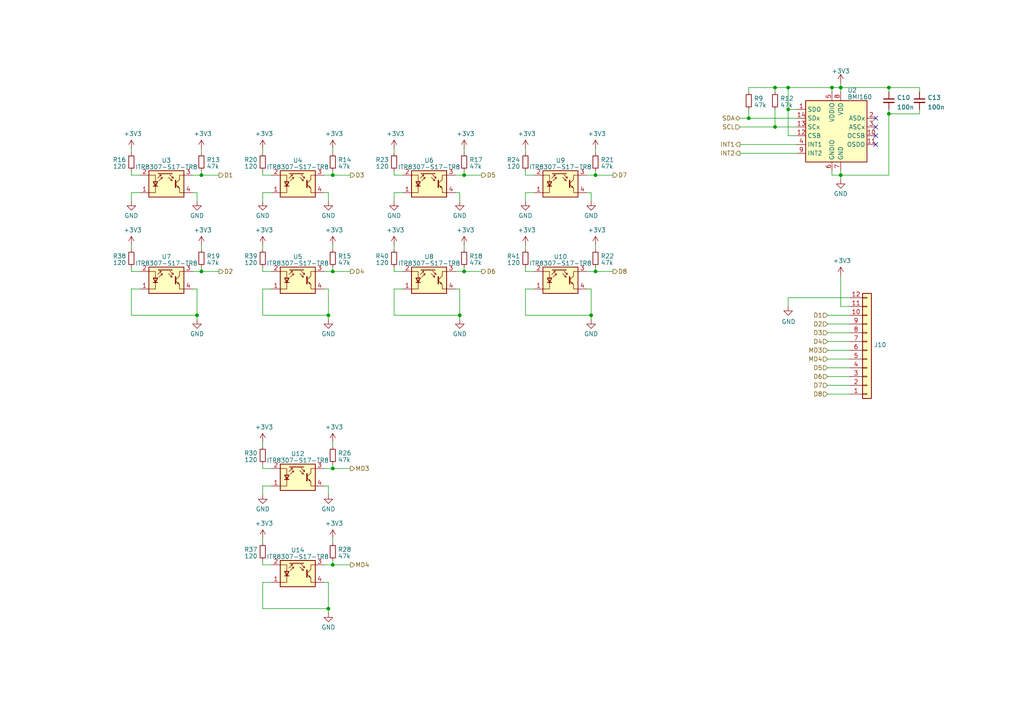
<source format=kicad_sch>
(kicad_sch (version 20230121) (generator eeschema)
  (paper "A4")
  (lib_symbols
    (symbol "Connector_Generic:Conn_01x12" (pin_names (offset 1.016) hide)
      (property "Reference" "J" (at 0 15.24 0))
      (property "Value" "Conn_01x12" (at 0 -17.78 0))
      (symbol "Conn_01x12_1_1"
        (rectangle (start -1.27 -15.113) (end 0 -15.367) (stroke (width 0.1524)))
        (rectangle (start -1.27 -12.573) (end 0 -12.827) (stroke (width 0.1524)))
        (rectangle (start -1.27 -10.033) (end 0 -10.287) (stroke (width 0.1524)))
        (rectangle (start -1.27 -7.493) (end 0 -7.747) (stroke (width 0.1524)))
        (rectangle (start -1.27 -4.953) (end 0 -5.207) (stroke (width 0.1524)))
        (rectangle (start -1.27 -2.413) (end 0 -2.667) (stroke (width 0.1524)))
        (rectangle (start -1.27 0.127) (end 0 -0.127) (stroke (width 0.1524)))
        (rectangle (start -1.27 2.667) (end 0 2.413) (stroke (width 0.1524)))
        (rectangle (start -1.27 5.207) (end 0 4.953) (stroke (width 0.1524)))
        (rectangle (start -1.27 7.747) (end 0 7.493) (stroke (width 0.1524)))
        (rectangle (start -1.27 10.287) (end 0 10.033) (stroke (width 0.1524)))
        (rectangle (start -1.27 12.827) (end 0 12.573) (stroke (width 0.1524)))
        (rectangle (start -1.27 13.97) (end 1.27 -16.51) (stroke (width 0.254)) (fill (type background)))
        (pin passive line (at -5.08 12.7 0) (length 3.81) (name "Pin_1") (number "1"))
        (pin passive line (at -5.08 -10.16 0) (length 3.81) (name "Pin_10") (number "10"))
        (pin passive line (at -5.08 -12.7 0) (length 3.81) (name "Pin_11") (number "11"))
        (pin passive line (at -5.08 -15.24 0) (length 3.81) (name "Pin_12") (number "12"))
        (pin passive line (at -5.08 10.16 0) (length 3.81) (name "Pin_2") (number "2"))
        (pin passive line (at -5.08 7.62 0) (length 3.81) (name "Pin_3") (number "3"))
        (pin passive line (at -5.08 5.08 0) (length 3.81) (name "Pin_4") (number "4"))
        (pin passive line (at -5.08 2.54 0) (length 3.81) (name "Pin_5") (number "5"))
        (pin passive line (at -5.08 0 0) (length 3.81) (name "Pin_6") (number "6"))
        (pin passive line (at -5.08 -2.54 0) (length 3.81) (name "Pin_7") (number "7"))
        (pin passive line (at -5.08 -5.08 0) (length 3.81) (name "Pin_8") (number "8"))
        (pin passive line (at -5.08 -7.62 0) (length 3.81) (name "Pin_9") (number "9"))
      )
    )
    (symbol "Device:C_Small" (pin_numbers hide) (pin_names (offset 0.254) hide)
      (property "Reference" "C" (at 0.254 1.778 0))
      (property "Value" "C_Small" (at 0.254 -2.032 0))
      (symbol "C_Small_0_1"
        (polyline (pts (xy -1.524 -0.508) (xy 1.524 -0.508)) (stroke (width 0.3302)))
        (polyline (pts (xy -1.524 0.508) (xy 1.524 0.508)) (stroke (width 0.3048)))
      )
      (symbol "C_Small_1_1"
        (pin passive line (at 0 2.54 270) (length 2.032) (name "~") (number "1"))
        (pin passive line (at 0 -2.54 90) (length 2.032) (name "~") (number "2"))
      )
    )
    (symbol "Device:R_Small" (pin_numbers hide) (pin_names (offset 0.254) hide)
      (property "Reference" "R" (at 0.762 0.508 0))
      (property "Value" "R_Small" (at 0.762 -1.016 0))
      (symbol "R_Small_0_1"
        (rectangle (start -0.762 1.778) (end 0.762 -1.778) (stroke (width 0.2032)))
      )
      (symbol "R_Small_1_1"
        (pin passive line (at 0 2.54 270) (length 0.762) (name "~") (number "1"))
        (pin passive line (at 0 -2.54 90) (length 0.762) (name "~") (number "2"))
      )
    )
    (symbol "GND_2" (power) (pin_names (offset 0))
      (property "Value" "GND_2" (at 0 -3.81 0))
      (symbol "GND_2_0_1"
        (polyline (pts (xy 0 0) (xy 0 -1.27) (xy 1.27 -1.27) (xy 0 -2.54) (xy -1.27 -1.27) (xy 0 -1.27)))
      )
      (symbol "GND_2_1_1"
        (pin power_in line (at 0 0 270) (length 0) hide (name "GND") (number "1"))
      )
    )
    (symbol "GND_3" (power) (pin_names (offset 0))
      (property "Value" "GND_3" (at 0 -3.81 0))
      (symbol "GND_3_0_1"
        (polyline (pts (xy 0 0) (xy 0 -1.27) (xy 1.27 -1.27) (xy 0 -2.54) (xy -1.27 -1.27) (xy 0 -1.27)))
      )
      (symbol "GND_3_1_1"
        (pin power_in line (at 0 0 270) (length 0) hide (name "GND") (number "1"))
      )
    )
    (symbol "Sensor_Motion:BMI160"
      (property "Reference" "U" (at -10.16 8.89 0))
      (property "Value" "BMI160" (at 7.62 8.89 0))
      (symbol "BMI160_1_1"
        (rectangle (start -10.16 7.62) (end 7.62 -10.16) (stroke (width 0.254)) (fill (type background)))
        (pin bidirectional line (at -12.7 5.08 0) (length 2.54) (name "SDO") (number "1"))
        (pin bidirectional line (at 10.16 -2.54 180) (length 2.54) (name "OCSB") (number "10"))
        (pin bidirectional line (at 10.16 -5.08 180) (length 2.54) (name "OSDO") (number "11"))
        (pin input line (at -12.7 -2.54 0) (length 2.54) (name "CSB") (number "12"))
        (pin input line (at -12.7 0 0) (length 2.54) (name "SCx") (number "13"))
        (pin bidirectional line (at -12.7 2.54 0) (length 2.54) (name "SDx") (number "14"))
        (pin bidirectional line (at 10.16 2.54 180) (length 2.54) (name "ASDx") (number "2"))
        (pin output line (at 10.16 0 180) (length 2.54) (name "ASCx") (number "3"))
        (pin bidirectional line (at -12.7 -5.08 0) (length 2.54) (name "INT1") (number "4"))
        (pin power_in line (at -2.54 10.16 270) (length 2.54) (name "VDDIO") (number "5"))
        (pin power_in line (at -2.54 -12.7 90) (length 2.54) (name "GNDIO") (number "6"))
        (pin power_in line (at 0 -12.7 90) (length 2.54) (name "GND") (number "7"))
        (pin power_in line (at 0 10.16 270) (length 2.54) (name "VDD") (number "8"))
        (pin bidirectional line (at -12.7 -7.62 0) (length 2.54) (name "INT2") (number "9"))
      )
    )
    (symbol "Sensor_Proximity:ITR8307-S17-TR8" (pin_names (offset 0.0254) hide)
      (property "Reference" "U" (at -3.81 5.08 0))
      (property "Value" "ITR8307-S17-TR8" (at 15.24 5.08 0))
      (symbol "ITR8307-S17-TR8_0_1"
        (polyline (pts (xy -3.81 -0.635) (xy -2.54 -0.635)) (stroke (width 0.254)))
        (polyline (pts (xy -2.286 2.921) (xy -2.032 3.175)))
        (polyline (pts (xy -1.778 2.921) (xy -1.524 3.175)))
        (polyline (pts (xy -1.524 2.667) (xy -1.651 2.159)))
        (polyline (pts (xy -1.27 2.921) (xy -1.016 3.175)))
        (polyline (pts (xy -1.143 1.905) (xy -1.27 1.397)))
        (polyline (pts (xy -0.762 2.921) (xy -0.508 3.175)))
        (polyline (pts (xy -0.254 2.921) (xy 0 3.175)))
        (polyline (pts (xy 0.254 2.921) (xy 0.508 3.175)))
        (polyline (pts (xy 0.762 2.921) (xy 1.016 3.175)))
        (polyline (pts (xy 1.27 2.921) (xy 1.524 3.175)))
        (polyline (pts (xy 1.651 0.889) (xy 1.143 1.016)))
        (polyline (pts (xy 1.778 2.921) (xy -2.413 2.921)))
        (polyline (pts (xy 2.032 1.651) (xy 1.524 1.778)))
        (polyline (pts (xy 2.667 -0.127) (xy 3.81 -1.27)))
        (polyline (pts (xy 2.667 0.127) (xy 3.81 1.27)))
        (polyline (pts (xy -2.54 1.651) (xy -1.524 2.667) (xy -2.032 2.54)))
        (polyline (pts (xy -2.159 0.889) (xy -1.143 1.905) (xy -1.651 1.778)))
        (polyline (pts (xy 0.635 1.905) (xy 1.651 0.889) (xy 1.524 1.397)))
        (polyline (pts (xy 1.016 2.667) (xy 2.032 1.651) (xy 1.905 2.159)))
        (polyline (pts (xy 2.667 1.016) (xy 2.667 -1.016) (xy 2.667 -1.016)) (stroke (width 0.3556)))
        (polyline (pts (xy 3.81 -1.27) (xy 3.81 -2.54) (xy 5.08 -2.54)))
        (polyline (pts (xy 3.81 1.27) (xy 3.81 2.54) (xy 5.08 2.54)))
        (polyline (pts (xy -5.08 -2.54) (xy -3.175 -2.54) (xy -3.175 2.54) (xy -5.08 2.54)))
        (polyline (pts (xy -3.175 -0.635) (xy -3.81 0.635) (xy -2.54 0.635) (xy -3.175 -0.635)) (stroke (width 0.254)))
        (polyline (pts (xy 3.683 -1.143) (xy 3.429 -0.635) (xy 3.175 -0.889) (xy 3.683 -1.143)))
        (polyline (pts (xy -5.08 -3.81) (xy 5.08 -3.81) (xy 5.08 3.81) (xy -5.08 3.81) (xy -5.08 -3.81)) (stroke (width 0.254)) (fill (type background)))
      )
      (symbol "ITR8307-S17-TR8_1_1"
        (pin passive line (at -7.62 -2.54 0) (length 2.54) (name "K") (number "1"))
        (pin passive line (at -7.62 2.54 0) (length 2.54) (name "A") (number "2"))
        (pin open_collector line (at 7.62 2.54 180) (length 2.54) (name "~") (number "3"))
        (pin open_emitter line (at 7.62 -2.54 180) (length 2.54) (name "~") (number "4"))
      )
    )
    (symbol "power:+3.3V" (power) (pin_names (offset 0))
      (property "Value" "+3.3V" (at 0 3.556 0))
      (symbol "+3.3V_0_1"
        (polyline (pts (xy -0.762 1.27) (xy 0 2.54)))
        (polyline (pts (xy 0 0) (xy 0 2.54)))
        (polyline (pts (xy 0 2.54) (xy 0.762 1.27)))
      )
      (symbol "+3.3V_1_1"
        (pin power_in line (at 0 0 90) (length 0) hide (name "+3V3") (number "1"))
      )
    )
    (symbol "power:+3V3" (power) (pin_names (offset 0))
      (property "Value" "+3V3" (at 0 3.556 0))
      (symbol "+3V3_0_1"
        (polyline (pts (xy -0.762 1.27) (xy 0 2.54)))
        (polyline (pts (xy 0 0) (xy 0 2.54)))
        (polyline (pts (xy 0 2.54) (xy 0.762 1.27)))
      )
      (symbol "+3V3_1_1"
        (pin power_in line (at 0 0 90) (length 0) hide (name "+3V3") (number "1"))
      )
    )
    (symbol "power:GND" (power) (pin_names (offset 0))
      (property "Value" "GND" (at 0 -3.81 0))
      (symbol "GND_0_1"
        (polyline (pts (xy 0 0) (xy 0 -1.27) (xy 1.27 -1.27) (xy 0 -2.54) (xy -1.27 -1.27) (xy 0 -1.27)))
      )
      (symbol "GND_1_1"
        (pin power_in line (at 0 0 270) (length 0) hide (name "GND") (number "1"))
      )
    )
  )
  (junction (at 95.25 176.53))
  (junction (at 96.52 135.89))
  (junction (at 95.25 91.44))
  (junction (at 243.84 50.8))
  (junction (at 224.79 36.83))
  (junction (at 257.81 33.02))
  (junction (at 217.17 34.29))
  (junction (at 134.62 50.8))
  (junction (at 241.3 25.4))
  (junction (at 243.84 25.4))
  (junction (at 133.35 91.44))
  (junction (at 171.45 91.44))
  (junction (at 134.62 78.74))
  (junction (at 224.79 25.4))
  (junction (at 228.6 25.4))
  (junction (at 57.15 91.44))
  (junction (at 172.72 78.74))
  (junction (at 96.52 163.83))
  (junction (at 58.42 50.8))
  (junction (at 228.6 31.75))
  (junction (at 172.72 50.8))
  (junction (at 257.81 25.4))
  (junction (at 96.52 78.74))
  (junction (at 96.52 50.8))
  (junction (at 58.42 78.74))
  (no_connect (at 254 36.83))
  (no_connect (at 254 34.29))
  (no_connect (at 254 41.91))
  (no_connect (at 254 39.37))
  (wire (pts (xy 228.6 31.75) (xy 228.6 25.4)))
  (wire (pts (xy 95.25 55.88) (xy 93.98 55.88)))
  (wire (pts (xy 243.84 49.53) (xy 243.84 50.8)))
  (wire (pts (xy 171.45 58.42) (xy 171.45 55.88)))
  (wire (pts (xy 243.84 24.13) (xy 243.84 25.4)))
  (wire (pts (xy 76.2 78.74) (xy 78.74 78.74)))
  (wire (pts (xy 76.2 135.89) (xy 78.74 135.89)))
  (wire (pts (xy 55.88 50.8) (xy 58.42 50.8)))
  (wire (pts (xy 38.1 58.42) (xy 38.1 55.88)))
  (wire (pts (xy 134.62 78.74) (xy 134.62 77.47)))
  (wire (pts (xy 240.03 109.22) (xy 246.38 109.22)))
  (wire (pts (xy 266.7 33.02) (xy 257.81 33.02)))
  (wire (pts (xy 38.1 55.88) (xy 40.64 55.88)))
  (wire (pts (xy 76.2 168.91) (xy 76.2 176.53)))
  (wire (pts (xy 76.2 83.82) (xy 76.2 91.44)))
  (wire (pts (xy 240.03 93.98) (xy 246.38 93.98)))
  (wire (pts (xy 76.2 143.51) (xy 76.2 140.97)))
  (wire (pts (xy 95.25 168.91) (xy 93.98 168.91)))
  (wire (pts (xy 231.14 39.37) (xy 228.6 39.37)))
  (wire (pts (xy 243.84 25.4) (xy 257.81 25.4)))
  (wire (pts (xy 214.63 34.29) (xy 217.17 34.29)))
  (wire (pts (xy 228.6 88.9) (xy 228.6 86.36)))
  (wire (pts (xy 217.17 34.29) (xy 231.14 34.29)))
  (wire (pts (xy 114.3 83.82) (xy 114.3 91.44)))
  (wire (pts (xy 58.42 50.8) (xy 58.42 49.53)))
  (wire (pts (xy 95.25 176.53) (xy 76.2 176.53)))
  (wire (pts (xy 133.35 91.44) (xy 114.3 91.44)))
  (wire (pts (xy 224.79 31.75) (xy 224.79 36.83)))
  (wire (pts (xy 114.3 77.47) (xy 114.3 78.74)))
  (wire (pts (xy 38.1 43.18) (xy 38.1 44.45)))
  (wire (pts (xy 93.98 78.74) (xy 96.52 78.74)))
  (wire (pts (xy 170.18 78.74) (xy 172.72 78.74)))
  (wire (pts (xy 96.52 156.21) (xy 96.52 157.48)))
  (wire (pts (xy 240.03 111.76) (xy 246.38 111.76)))
  (wire (pts (xy 172.72 78.74) (xy 172.72 77.47)))
  (wire (pts (xy 152.4 77.47) (xy 152.4 78.74)))
  (wire (pts (xy 133.35 55.88) (xy 132.08 55.88)))
  (wire (pts (xy 76.2 140.97) (xy 78.74 140.97)))
  (wire (pts (xy 76.2 128.27) (xy 76.2 129.54)))
  (wire (pts (xy 38.1 49.53) (xy 38.1 50.8)))
  (wire (pts (xy 224.79 26.67) (xy 224.79 25.4)))
  (wire (pts (xy 96.52 163.83) (xy 101.6 163.83)))
  (wire (pts (xy 134.62 43.18) (xy 134.62 44.45)))
  (wire (pts (xy 96.52 43.18) (xy 96.52 44.45)))
  (wire (pts (xy 257.81 25.4) (xy 257.81 26.67)))
  (wire (pts (xy 57.15 91.44) (xy 57.15 83.82)))
  (wire (pts (xy 76.2 49.53) (xy 76.2 50.8)))
  (wire (pts (xy 240.03 106.68) (xy 246.38 106.68)))
  (wire (pts (xy 93.98 163.83) (xy 96.52 163.83)))
  (wire (pts (xy 217.17 31.75) (xy 217.17 34.29)))
  (wire (pts (xy 152.4 50.8) (xy 154.94 50.8)))
  (wire (pts (xy 217.17 26.67) (xy 217.17 25.4)))
  (wire (pts (xy 171.45 91.44) (xy 152.4 91.44)))
  (wire (pts (xy 96.52 128.27) (xy 96.52 129.54)))
  (wire (pts (xy 38.1 77.47) (xy 38.1 78.74)))
  (wire (pts (xy 214.63 44.45) (xy 231.14 44.45)))
  (wire (pts (xy 95.25 92.71) (xy 95.25 91.44)))
  (wire (pts (xy 57.15 58.42) (xy 57.15 55.88)))
  (wire (pts (xy 38.1 71.12) (xy 38.1 72.39)))
  (wire (pts (xy 217.17 25.4) (xy 224.79 25.4)))
  (wire (pts (xy 96.52 50.8) (xy 101.6 50.8)))
  (wire (pts (xy 172.72 78.74) (xy 177.8 78.74)))
  (wire (pts (xy 38.1 78.74) (xy 40.64 78.74)))
  (wire (pts (xy 95.25 91.44) (xy 95.25 83.82)))
  (wire (pts (xy 172.72 71.12) (xy 172.72 72.39)))
  (wire (pts (xy 132.08 50.8) (xy 134.62 50.8)))
  (wire (pts (xy 243.84 80.01) (xy 243.84 88.9)))
  (wire (pts (xy 240.03 114.3) (xy 246.38 114.3)))
  (wire (pts (xy 257.81 33.02) (xy 257.81 31.75)))
  (wire (pts (xy 266.7 26.67) (xy 266.7 25.4)))
  (wire (pts (xy 172.72 43.18) (xy 172.72 44.45)))
  (wire (pts (xy 241.3 49.53) (xy 241.3 50.8)))
  (wire (pts (xy 76.2 58.42) (xy 76.2 55.88)))
  (wire (pts (xy 214.63 36.83) (xy 224.79 36.83)))
  (wire (pts (xy 134.62 71.12) (xy 134.62 72.39)))
  (wire (pts (xy 57.15 83.82) (xy 55.88 83.82)))
  (wire (pts (xy 95.25 143.51) (xy 95.25 140.97)))
  (wire (pts (xy 133.35 83.82) (xy 132.08 83.82)))
  (wire (pts (xy 243.84 25.4) (xy 241.3 25.4)))
  (wire (pts (xy 171.45 55.88) (xy 170.18 55.88)))
  (wire (pts (xy 152.4 71.12) (xy 152.4 72.39)))
  (wire (pts (xy 114.3 43.18) (xy 114.3 44.45)))
  (wire (pts (xy 58.42 50.8) (xy 63.5 50.8)))
  (wire (pts (xy 152.4 43.18) (xy 152.4 44.45)))
  (wire (pts (xy 76.2 71.12) (xy 76.2 72.39)))
  (wire (pts (xy 58.42 78.74) (xy 63.5 78.74)))
  (wire (pts (xy 257.81 50.8) (xy 257.81 33.02)))
  (wire (pts (xy 171.45 83.82) (xy 170.18 83.82)))
  (wire (pts (xy 240.03 101.6) (xy 246.38 101.6)))
  (wire (pts (xy 266.7 31.75) (xy 266.7 33.02)))
  (wire (pts (xy 241.3 50.8) (xy 243.84 50.8)))
  (wire (pts (xy 132.08 78.74) (xy 134.62 78.74)))
  (wire (pts (xy 171.45 91.44) (xy 171.45 83.82)))
  (wire (pts (xy 152.4 58.42) (xy 152.4 55.88)))
  (wire (pts (xy 172.72 50.8) (xy 172.72 49.53)))
  (wire (pts (xy 133.35 91.44) (xy 133.35 83.82)))
  (wire (pts (xy 240.03 96.52) (xy 246.38 96.52)))
  (wire (pts (xy 266.7 25.4) (xy 257.81 25.4)))
  (wire (pts (xy 152.4 55.88) (xy 154.94 55.88)))
  (wire (pts (xy 114.3 49.53) (xy 114.3 50.8)))
  (wire (pts (xy 114.3 83.82) (xy 116.84 83.82)))
  (wire (pts (xy 76.2 162.56) (xy 76.2 163.83)))
  (wire (pts (xy 228.6 39.37) (xy 228.6 31.75)))
  (wire (pts (xy 240.03 99.06) (xy 246.38 99.06)))
  (wire (pts (xy 57.15 92.71) (xy 57.15 91.44)))
  (wire (pts (xy 95.25 91.44) (xy 76.2 91.44)))
  (wire (pts (xy 76.2 55.88) (xy 78.74 55.88)))
  (wire (pts (xy 228.6 86.36) (xy 246.38 86.36)))
  (wire (pts (xy 224.79 25.4) (xy 228.6 25.4)))
  (wire (pts (xy 114.3 55.88) (xy 116.84 55.88)))
  (wire (pts (xy 76.2 168.91) (xy 78.74 168.91)))
  (wire (pts (xy 96.52 78.74) (xy 101.6 78.74)))
  (wire (pts (xy 57.15 91.44) (xy 38.1 91.44)))
  (wire (pts (xy 152.4 83.82) (xy 154.94 83.82)))
  (wire (pts (xy 134.62 78.74) (xy 139.7 78.74)))
  (wire (pts (xy 96.52 50.8) (xy 96.52 49.53)))
  (wire (pts (xy 38.1 50.8) (xy 40.64 50.8)))
  (wire (pts (xy 76.2 43.18) (xy 76.2 44.45)))
  (wire (pts (xy 96.52 135.89) (xy 96.52 134.62)))
  (wire (pts (xy 241.3 25.4) (xy 241.3 26.67)))
  (wire (pts (xy 96.52 163.83) (xy 96.52 162.56)))
  (wire (pts (xy 38.1 83.82) (xy 38.1 91.44)))
  (wire (pts (xy 93.98 135.89) (xy 96.52 135.89)))
  (wire (pts (xy 228.6 31.75) (xy 231.14 31.75)))
  (wire (pts (xy 58.42 78.74) (xy 58.42 77.47)))
  (wire (pts (xy 114.3 71.12) (xy 114.3 72.39)))
  (wire (pts (xy 58.42 71.12) (xy 58.42 72.39)))
  (wire (pts (xy 58.42 43.18) (xy 58.42 44.45)))
  (wire (pts (xy 96.52 78.74) (xy 96.52 77.47)))
  (wire (pts (xy 57.15 55.88) (xy 55.88 55.88)))
  (wire (pts (xy 76.2 77.47) (xy 76.2 78.74)))
  (wire (pts (xy 243.84 50.8) (xy 257.81 50.8)))
  (wire (pts (xy 152.4 49.53) (xy 152.4 50.8)))
  (wire (pts (xy 172.72 50.8) (xy 177.8 50.8)))
  (wire (pts (xy 152.4 83.82) (xy 152.4 91.44)))
  (wire (pts (xy 243.84 50.8) (xy 243.84 52.07)))
  (wire (pts (xy 243.84 25.4) (xy 243.84 26.67)))
  (wire (pts (xy 170.18 50.8) (xy 172.72 50.8)))
  (wire (pts (xy 95.25 177.8) (xy 95.25 176.53)))
  (wire (pts (xy 152.4 78.74) (xy 154.94 78.74)))
  (wire (pts (xy 76.2 156.21) (xy 76.2 157.48)))
  (wire (pts (xy 246.38 88.9) (xy 243.84 88.9)))
  (wire (pts (xy 95.25 176.53) (xy 95.25 168.91)))
  (wire (pts (xy 95.25 140.97) (xy 93.98 140.97)))
  (wire (pts (xy 55.88 78.74) (xy 58.42 78.74)))
  (wire (pts (xy 133.35 58.42) (xy 133.35 55.88)))
  (wire (pts (xy 76.2 163.83) (xy 78.74 163.83)))
  (wire (pts (xy 93.98 50.8) (xy 96.52 50.8)))
  (wire (pts (xy 38.1 83.82) (xy 40.64 83.82)))
  (wire (pts (xy 133.35 92.71) (xy 133.35 91.44)))
  (wire (pts (xy 76.2 134.62) (xy 76.2 135.89)))
  (wire (pts (xy 96.52 135.89) (xy 101.6 135.89)))
  (wire (pts (xy 240.03 91.44) (xy 246.38 91.44)))
  (wire (pts (xy 228.6 25.4) (xy 241.3 25.4)))
  (wire (pts (xy 214.63 41.91) (xy 231.14 41.91)))
  (wire (pts (xy 134.62 50.8) (xy 139.7 50.8)))
  (wire (pts (xy 134.62 50.8) (xy 134.62 49.53)))
  (wire (pts (xy 171.45 92.71) (xy 171.45 91.44)))
  (wire (pts (xy 114.3 58.42) (xy 114.3 55.88)))
  (wire (pts (xy 114.3 50.8) (xy 116.84 50.8)))
  (wire (pts (xy 95.25 83.82) (xy 93.98 83.82)))
  (wire (pts (xy 114.3 78.74) (xy 116.84 78.74)))
  (wire (pts (xy 95.25 58.42) (xy 95.25 55.88)))
  (wire (pts (xy 240.03 104.14) (xy 246.38 104.14)))
  (wire (pts (xy 96.52 71.12) (xy 96.52 72.39)))
  (wire (pts (xy 76.2 83.82) (xy 78.74 83.82)))
  (wire (pts (xy 76.2 50.8) (xy 78.74 50.8)))
  (wire (pts (xy 224.79 36.83) (xy 231.14 36.83)))
  (hierarchical_label "D6" (shape input) (at 240.03 109.22 180))
  (hierarchical_label "D5" (shape output) (at 139.7 50.8 0))
  (hierarchical_label "D8" (shape output) (at 177.8 78.74 0))
  (hierarchical_label "D4" (shape output) (at 101.6 78.74 0))
  (hierarchical_label "SDA" (shape bidirectional) (at 214.63 34.29 180))
  (hierarchical_label "MD3" (shape output) (at 101.6 135.89 0))
  (hierarchical_label "D1" (shape input) (at 240.03 91.44 180))
  (hierarchical_label "INT1" (shape output) (at 214.63 41.91 180))
  (hierarchical_label "D1" (shape output) (at 63.5 50.8 0))
  (hierarchical_label "MD4" (shape input) (at 240.03 104.14 180))
  (hierarchical_label "D2" (shape input) (at 240.03 93.98 180))
  (hierarchical_label "MD4" (shape output) (at 101.6 163.83 0))
  (hierarchical_label "D3" (shape input) (at 240.03 96.52 180))
  (hierarchical_label "D6" (shape output) (at 139.7 78.74 0))
  (hierarchical_label "MD3" (shape input) (at 240.03 101.6 180))
  (hierarchical_label "D4" (shape input) (at 240.03 99.06 180))
  (hierarchical_label "D2" (shape output) (at 63.5 78.74 0))
  (hierarchical_label "INT2" (shape output) (at 214.63 44.45 180))
  (hierarchical_label "D5" (shape input) (at 240.03 106.68 180))
  (hierarchical_label "D7" (shape input) (at 240.03 111.76 180))
  (hierarchical_label "SCL" (shape input) (at 214.63 36.83 180))
  (hierarchical_label "D8" (shape input) (at 240.03 114.3 180))
  (hierarchical_label "D7" (shape output) (at 177.8 50.8 0))
  (hierarchical_label "D3" (shape output) (at 101.6 50.8 0))
  (symbol (lib_name "GND_2") (lib_id "power:GND") (at 133.35 58.42 0) (unit 1)
    (property "Reference" "#PWR037" (effects hide))
    (property "Value" "GND" (at 133.35 62.5555 0))
    (instances (project "Line Tracer F405RGT" (path "" (reference "#PWR037") (unit 1))) (project "Line Tracer RP2040" (path "" (reference "#PWR0410") (unit 1))))
  )
  (symbol (lib_id "Sensor_Proximity:ITR8307-S17-TR8") (at 48.26 81.28 0) (unit 1)
    (property "Reference" "U7" (at 48.26 74.4601 0))
    (property "Value" "ITR8307-S17-TR8" (at 48.26 76.3811 0))
    (property "Footprint" "OptoDevice:Everlight_ITR1201SR10AR" (effects hide))
    (property "Datasheet" "https://datasheet.lcsc.com/szlcsc/1810010232_Everlight-Elec-ITR8307-S17-TR8-B_C81632.pdf" (effects hide))
    (instances (project "Line Tracer F405RGT" (path "" (reference "U7") (unit 1))) (project "Line Tracer RP2040" (path "" (reference "U401") (unit 1))))
  )
  (symbol (lib_id "Device:R_Small") (at 76.2 46.99 0) (mirror y) (unit 1)
    (property "Reference" "R20" (at 74.7014 46.3463 0) (effects (justify left)))
    (property "Value" "120" (at 74.7014 48.2673 0) (effects (justify left)))
    (property "Footprint" "Resistor_SMD:R_0603_1608Metric" (effects hide))
  )
  (symbol (lib_name "GND_2") (lib_id "power:GND") (at 76.2 143.51 0) (unit 1)
    (property "Reference" "#PWR083" (effects hide))
    (property "Value" "GND" (at 76.2 147.6455 0))
    (instances (project "Line Tracer F405RGT" (path "" (reference "#PWR083") (unit 1))) (project "Line Tracer RP2040" (path "" (reference "#PWR0410") (unit 1))))
  )
  (symbol (lib_id "Device:R_Small") (at 58.42 74.93 0) (unit 1)
    (property "Reference" "R19" (at 59.9186 74.2863 0) (effects (justify left)))
    (property "Value" "47k" (at 59.9186 76.2073 0) (effects (justify left)))
    (property "Footprint" "Resistor_SMD:R_0603_1608Metric" (effects hide))
    (instances (project "Line Tracer F405RGT" (path "" (reference "R19") (unit 1))) (project "Line Tracer RP2040" (path "" (reference "R401") (unit 1))))
  )
  (symbol (lib_id "power:+3.3V") (at 58.42 71.12 0) (unit 1)
    (property "Reference" "#PWR01" (effects hide))
    (property "Value" "+3.3V" (at 58.801 66.7258 0))
    (instances (project "Line Tracer esp32" (path "" (reference "#PWR01") (unit 1))) (project "Line Tracer" (path "" (reference "#PWR089") (unit 1))) (project "Line Tracer F405RGT" (path "" (reference "#PWR040") (unit 1))) (project "Line Tracer RP2040" (path "" (reference "#PWR0401") (unit 1))))
  )
  (symbol (lib_id "Device:R_Small") (at 172.72 46.99 0) (unit 1)
    (property "Reference" "R21" (at 174.2186 46.3463 0) (effects (justify left)))
    (property "Value" "47k" (at 174.2186 48.2673 0) (effects (justify left)))
    (property "Footprint" "Resistor_SMD:R_0603_1608Metric" (effects hide))
    (instances (project "Line Tracer F405RGT" (path "" (reference "R21") (unit 1))) (project "Line Tracer RP2040" (path "" (reference "R402") (unit 1))))
  )
  (symbol (lib_id "Device:R_Small") (at 152.4 74.93 0) (mirror y) (unit 1)
    (property "Reference" "R41" (at 150.9014 74.2863 0) (effects (justify left)))
    (property "Value" "120" (at 150.9014 76.2073 0) (effects (justify left)))
    (property "Footprint" "Resistor_SMD:R_0603_1608Metric" (effects hide))
  )
  (symbol (lib_id "Device:R_Small") (at 134.62 74.93 0) (unit 1)
    (property "Reference" "R18" (at 136.1186 74.2863 0) (effects (justify left)))
    (property "Value" "47k" (at 136.1186 76.2073 0) (effects (justify left)))
    (property "Footprint" "Resistor_SMD:R_0603_1608Metric" (effects hide))
    (instances (project "Line Tracer F405RGT" (path "" (reference "R18") (unit 1))) (project "Line Tracer RP2040" (path "" (reference "R401") (unit 1))))
  )
  (symbol (lib_name "GND_2") (lib_id "power:GND") (at 57.15 58.42 0) (unit 1)
    (property "Reference" "#PWR032" (effects hide))
    (property "Value" "GND" (at 57.15 62.5555 0))
    (instances (project "Line Tracer F405RGT" (path "" (reference "#PWR032") (unit 1))) (project "Line Tracer RP2040" (path "" (reference "#PWR0410") (unit 1))))
  )
  (symbol (lib_id "Sensor_Proximity:ITR8307-S17-TR8") (at 86.36 138.43 0) (unit 1)
    (property "Reference" "U12" (at 86.36 131.6101 0))
    (property "Value" "ITR8307-S17-TR8" (at 86.36 133.5311 0))
    (property "Footprint" "OptoDevice:Everlight_ITR1201SR10AR" (effects hide))
    (property "Datasheet" "https://datasheet.lcsc.com/szlcsc/1810010232_Everlight-Elec-ITR8307-S17-TR8-B_C81632.pdf" (effects hide))
    (instances (project "Line Tracer F405RGT" (path "" (reference "U12") (unit 1))) (project "Line Tracer RP2040" (path "" (reference "U402") (unit 1))))
  )
  (symbol (lib_id "Device:R_Small") (at 76.2 132.08 0) (mirror y) (unit 1)
    (property "Reference" "R30" (at 74.7014 131.4363 0) (effects (justify left)))
    (property "Value" "120" (at 74.7014 133.3573 0) (effects (justify left)))
    (property "Footprint" "Resistor_SMD:R_0603_1608Metric" (effects hide))
  )
  (symbol (lib_id "Sensor_Proximity:ITR8307-S17-TR8") (at 86.36 81.28 0) (unit 1)
    (property "Reference" "U5" (at 86.36 74.4601 0))
    (property "Value" "ITR8307-S17-TR8" (at 86.36 76.3811 0))
    (property "Footprint" "OptoDevice:Everlight_ITR1201SR10AR" (effects hide))
    (property "Datasheet" "https://datasheet.lcsc.com/szlcsc/1810010232_Everlight-Elec-ITR8307-S17-TR8-B_C81632.pdf" (effects hide))
    (instances (project "Line Tracer F405RGT" (path "" (reference "U5") (unit 1))) (project "Line Tracer RP2040" (path "" (reference "U401") (unit 1))))
  )
  (symbol (lib_name "GND_2") (lib_id "power:GND") (at 152.4 58.42 0) (unit 1)
    (property "Reference" "#PWR095" (effects hide))
    (property "Value" "GND" (at 152.4 62.5555 0))
    (instances (project "Line Tracer F405RGT" (path "" (reference "#PWR095") (unit 1))) (project "Line Tracer RP2040" (path "" (reference "#PWR0410") (unit 1))))
  )
  (symbol (lib_id "Sensor_Proximity:ITR8307-S17-TR8") (at 124.46 81.28 0) (unit 1)
    (property "Reference" "U8" (at 124.46 74.4601 0))
    (property "Value" "ITR8307-S17-TR8" (at 124.46 76.3811 0))
    (property "Footprint" "OptoDevice:Everlight_ITR1201SR10AR" (effects hide))
    (property "Datasheet" "https://datasheet.lcsc.com/szlcsc/1810010232_Everlight-Elec-ITR8307-S17-TR8-B_C81632.pdf" (effects hide))
    (instances (project "Line Tracer F405RGT" (path "" (reference "U8") (unit 1))) (project "Line Tracer RP2040" (path "" (reference "U401") (unit 1))))
  )
  (symbol (lib_id "power:+3.3V") (at 38.1 71.12 0) (unit 1)
    (property "Reference" "#PWR01" (effects hide))
    (property "Value" "+3.3V" (at 38.481 66.7258 0))
    (instances (project "Line Tracer esp32" (path "" (reference "#PWR01") (unit 1))) (project "Line Tracer" (path "" (reference "#PWR089") (unit 1))) (project "Line Tracer F405RGT" (path "" (reference "#PWR088") (unit 1))) (project "Line Tracer RP2040" (path "" (reference "#PWR0402") (unit 1))))
  )
  (symbol (lib_id "power:+3.3V") (at 152.4 71.12 0) (unit 1)
    (property "Reference" "#PWR01" (effects hide))
    (property "Value" "+3.3V" (at 152.781 66.7258 0))
    (instances (project "Line Tracer esp32" (path "" (reference "#PWR01") (unit 1))) (project "Line Tracer" (path "" (reference "#PWR089") (unit 1))) (project "Line Tracer F405RGT" (path "" (reference "#PWR091") (unit 1))) (project "Line Tracer RP2040" (path "" (reference "#PWR0402") (unit 1))))
  )
  (symbol (lib_id "Sensor_Proximity:ITR8307-S17-TR8") (at 162.56 53.34 0) (unit 1)
    (property "Reference" "U9" (at 162.56 46.5201 0))
    (property "Value" "ITR8307-S17-TR8" (at 162.56 48.4411 0))
    (property "Footprint" "OptoDevice:Everlight_ITR1201SR10AR" (effects hide))
    (property "Datasheet" "https://datasheet.lcsc.com/szlcsc/1810010232_Everlight-Elec-ITR8307-S17-TR8-B_C81632.pdf" (effects hide))
    (instances (project "Line Tracer F405RGT" (path "" (reference "U9") (unit 1))) (project "Line Tracer RP2040" (path "" (reference "U402") (unit 1))))
  )
  (symbol (lib_id "Sensor_Proximity:ITR8307-S17-TR8") (at 124.46 53.34 0) (unit 1)
    (property "Reference" "U6" (at 124.46 46.5201 0))
    (property "Value" "ITR8307-S17-TR8" (at 124.46 48.4411 0))
    (property "Footprint" "OptoDevice:Everlight_ITR1201SR10AR" (effects hide))
    (property "Datasheet" "https://datasheet.lcsc.com/szlcsc/1810010232_Everlight-Elec-ITR8307-S17-TR8-B_C81632.pdf" (effects hide))
    (instances (project "Line Tracer F405RGT" (path "" (reference "U6") (unit 1))) (project "Line Tracer RP2040" (path "" (reference "U402") (unit 1))))
  )
  (symbol (lib_name "GND_2") (lib_id "power:GND") (at 57.15 92.71 0) (unit 1)
    (property "Reference" "#PWR042" (effects hide))
    (property "Value" "GND" (at 57.15 96.8455 0))
    (instances (project "Line Tracer F405RGT" (path "" (reference "#PWR042") (unit 1))) (project "Line Tracer RP2040" (path "" (reference "#PWR0409") (unit 1))))
  )
  (symbol (lib_name "GND_2") (lib_id "power:GND") (at 38.1 58.42 0) (unit 1)
    (property "Reference" "#PWR092" (effects hide))
    (property "Value" "GND" (at 38.1 62.5555 0))
    (instances (project "Line Tracer F405RGT" (path "" (reference "#PWR092") (unit 1))) (project "Line Tracer RP2040" (path "" (reference "#PWR0410") (unit 1))))
  )
  (symbol (lib_id "Device:R_Small") (at 76.2 74.93 0) (mirror y) (unit 1)
    (property "Reference" "R39" (at 74.7014 74.2863 0) (effects (justify left)))
    (property "Value" "120" (at 74.7014 76.2073 0) (effects (justify left)))
    (property "Footprint" "Resistor_SMD:R_0603_1608Metric" (effects hide))
  )
  (symbol (lib_name "GND_2") (lib_id "power:GND") (at 171.45 92.71 0) (unit 1)
    (property "Reference" "#PWR045" (effects hide))
    (property "Value" "GND" (at 171.45 96.8455 0))
    (instances (project "Line Tracer F405RGT" (path "" (reference "#PWR045") (unit 1))) (project "Line Tracer RP2040" (path "" (reference "#PWR0409") (unit 1))))
  )
  (symbol (lib_id "Sensor_Proximity:ITR8307-S17-TR8") (at 162.56 81.28 0) (unit 1)
    (property "Reference" "U10" (at 162.56 74.4601 0))
    (property "Value" "ITR8307-S17-TR8" (at 162.56 76.3811 0))
    (property "Footprint" "OptoDevice:Everlight_ITR1201SR10AR" (effects hide))
    (property "Datasheet" "https://datasheet.lcsc.com/szlcsc/1810010232_Everlight-Elec-ITR8307-S17-TR8-B_C81632.pdf" (effects hide))
    (instances (project "Line Tracer F405RGT" (path "" (reference "U10") (unit 1))) (project "Line Tracer RP2040" (path "" (reference "U401") (unit 1))))
  )
  (symbol (lib_name "GND_3") (lib_id "power:GND") (at 243.84 52.07 0) (unit 1)
    (property "Reference" "#PWR022" (effects hide))
    (property "Value" "GND" (at 243.84 56.2055 0))
    (instances (project "Line Tracer F405RGT" (path "" (reference "#PWR022") (unit 1))) (project "Line Tracer RP2040" (path "" (reference "#PWR0427") (unit 1))))
  )
  (symbol (lib_id "power:+3.3V") (at 96.52 156.21 0) (unit 1)
    (property "Reference" "#PWR01" (effects hide))
    (property "Value" "+3.3V" (at 96.901 151.8158 0))
    (instances (project "Line Tracer esp32" (path "" (reference "#PWR01") (unit 1))) (project "Line Tracer" (path "" (reference "#PWR089") (unit 1))) (project "Line Tracer F405RGT" (path "" (reference "#PWR051") (unit 1))) (project "Line Tracer RP2040" (path "" (reference "#PWR0401") (unit 1))))
  )
  (symbol (lib_id "power:+3.3V") (at 96.52 43.18 0) (unit 1)
    (property "Reference" "#PWR01" (effects hide))
    (property "Value" "+3.3V" (at 96.901 38.7858 0))
    (instances (project "Line Tracer esp32" (path "" (reference "#PWR01") (unit 1))) (project "Line Tracer" (path "" (reference "#PWR089") (unit 1))) (project "Line Tracer F405RGT" (path "" (reference "#PWR085") (unit 1))) (project "Line Tracer RP2040" (path "" (reference "#PWR0402") (unit 1))))
  )
  (symbol (lib_id "Device:R_Small") (at 38.1 74.93 0) (mirror y) (unit 1)
    (property "Reference" "R38" (at 36.6014 74.2863 0) (effects (justify left)))
    (property "Value" "120" (at 36.6014 76.2073 0) (effects (justify left)))
    (property "Footprint" "Resistor_SMD:R_0603_1608Metric" (effects hide))
  )
  (symbol (lib_id "power:+3.3V") (at 38.1 43.18 0) (unit 1)
    (property "Reference" "#PWR01" (effects hide))
    (property "Value" "+3.3V" (at 38.481 38.7858 0))
    (instances (project "Line Tracer esp32" (path "" (reference "#PWR01") (unit 1))) (project "Line Tracer" (path "" (reference "#PWR089") (unit 1))) (project "Line Tracer F405RGT" (path "" (reference "#PWR023") (unit 1))) (project "Line Tracer RP2040" (path "" (reference "#PWR0402") (unit 1))))
  )
  (symbol (lib_name "GND_2") (lib_id "power:GND") (at 95.25 58.42 0) (unit 1)
    (property "Reference" "#PWR026" (effects hide))
    (property "Value" "GND" (at 95.25 62.5555 0))
    (instances (project "Line Tracer F405RGT" (path "" (reference "#PWR026") (unit 1))) (project "Line Tracer RP2040" (path "" (reference "#PWR0410") (unit 1))))
  )
  (symbol (lib_id "power:+3.3V") (at 76.2 156.21 0) (unit 1)
    (property "Reference" "#PWR01" (effects hide))
    (property "Value" "+3.3V" (at 76.581 151.8158 0))
    (instances (project "Line Tracer esp32" (path "" (reference "#PWR01") (unit 1))) (project "Line Tracer" (path "" (reference "#PWR089") (unit 1))) (project "Line Tracer F405RGT" (path "" (reference "#PWR082") (unit 1))) (project "Line Tracer RP2040" (path "" (reference "#PWR0402") (unit 1))))
  )
  (symbol (lib_id "Device:R_Small") (at 38.1 46.99 0) (mirror y) (unit 1)
    (property "Reference" "R16" (at 36.6014 46.3463 0) (effects (justify left)))
    (property "Value" "120" (at 36.6014 48.2673 0) (effects (justify left)))
    (property "Footprint" "Resistor_SMD:R_0603_1608Metric" (effects hide))
  )
  (symbol (lib_id "Connector_Generic:Conn_01x12") (at 251.46 101.6 0) (mirror x) (unit 1)
    (property "Reference" "J10" (at 253.492 100.0132 0) (effects (justify left)))
    (property "Value" "Conn_01x12" (effects hide))
    (property "Footprint" "Connector_JST:JST_SH_SM12B-SRSS-TB_1x12-1MP_P1.00mm_Horizontal" (effects hide))
    (instances (project "Line Tracer F405RGT" (path "" (reference "J10") (unit 1)) (path "" (reference "J6") (unit 1))))
  )
  (symbol (lib_name "GND_2") (lib_id "power:GND") (at 95.25 92.71 0) (unit 1)
    (property "Reference" "#PWR035" (effects hide))
    (property "Value" "GND" (at 95.25 96.8455 0))
    (instances (project "Line Tracer F405RGT" (path "" (reference "#PWR035") (unit 1))) (project "Line Tracer RP2040" (path "" (reference "#PWR0409") (unit 1))))
  )
  (symbol (lib_id "Device:R_Small") (at 76.2 160.02 0) (mirror y) (unit 1)
    (property "Reference" "R37" (at 74.7014 159.3763 0) (effects (justify left)))
    (property "Value" "120" (at 74.7014 161.2973 0) (effects (justify left)))
    (property "Footprint" "Resistor_SMD:R_0603_1608Metric" (effects hide))
  )
  (symbol (lib_id "power:+3.3V") (at 96.52 71.12 0) (unit 1)
    (property "Reference" "#PWR01" (effects hide))
    (property "Value" "+3.3V" (at 96.901 66.7258 0))
    (instances (project "Line Tracer esp32" (path "" (reference "#PWR01") (unit 1))) (project "Line Tracer" (path "" (reference "#PWR089") (unit 1))) (project "Line Tracer F405RGT" (path "" (reference "#PWR030") (unit 1))) (project "Line Tracer RP2040" (path "" (reference "#PWR0401") (unit 1))))
  )
  (symbol (lib_id "Sensor_Proximity:ITR8307-S17-TR8") (at 86.36 166.37 0) (unit 1)
    (property "Reference" "U14" (at 86.36 159.5501 0))
    (property "Value" "ITR8307-S17-TR8" (at 86.36 161.4711 0))
    (property "Footprint" "OptoDevice:Everlight_ITR1201SR10AR" (effects hide))
    (property "Datasheet" "https://datasheet.lcsc.com/szlcsc/1810010232_Everlight-Elec-ITR8307-S17-TR8-B_C81632.pdf" (effects hide))
    (instances (project "Line Tracer F405RGT" (path "" (reference "U14") (unit 1))) (project "Line Tracer RP2040" (path "" (reference "U401") (unit 1))))
  )
  (symbol (lib_id "Sensor_Motion:BMI160") (at 243.84 36.83 0) (unit 1)
    (property "Reference" "U2" (at 245.7959 26.2001 0) (effects (justify left)))
    (property "Value" "BMI160" (at 245.7959 28.1211 0) (effects (justify left)))
    (property "Footprint" "Package_LGA:Bosch_LGA-14_3x2.5mm_P0.5mm" (effects hide))
    (property "Datasheet" "https://www.bosch-sensortec.com/media/boschsensortec/downloads/datasheets/bst-bmi160-ds000.pdf" (effects hide))
    (instances (project "Line Tracer F405RGT" (path "" (reference "U2") (unit 1))) (project "Line Tracer RP2040" (path "" (reference "U410") (unit 1))))
  )
  (symbol (lib_name "GND_2") (lib_id "power:GND") (at 95.25 143.51 0) (unit 1)
    (property "Reference" "#PWR049" (effects hide))
    (property "Value" "GND" (at 95.25 147.6455 0))
    (instances (project "Line Tracer F405RGT" (path "" (reference "#PWR049") (unit 1))) (project "Line Tracer RP2040" (path "" (reference "#PWR0410") (unit 1))))
  )
  (symbol (lib_id "power:+3.3V") (at 243.84 80.01 0) (unit 1)
    (property "Reference" "#PWR046" (effects hide))
    (property "Value" "+3.3V" (at 244.221 75.6158 0))
    (instances (project "Line Tracer" (path "" (reference "#PWR046") (unit 1))) (project "Line Tracer F405RGT" (path "" (reference "#PWR05") (unit 1)) (path "" (reference "#PWR078") (unit 1)) (path "" (reference "#PWR079") (unit 1))))
  )
  (symbol (lib_id "power:+3.3V") (at 76.2 128.27 0) (unit 1)
    (property "Reference" "#PWR01" (effects hide))
    (property "Value" "+3.3V" (at 76.581 123.8758 0))
    (instances (project "Line Tracer esp32" (path "" (reference "#PWR01") (unit 1))) (project "Line Tracer" (path "" (reference "#PWR089") (unit 1))) (project "Line Tracer F405RGT" (path "" (reference "#PWR081") (unit 1))) (project "Line Tracer RP2040" (path "" (reference "#PWR0402") (unit 1))))
  )
  (symbol (lib_id "power:+3.3V") (at 172.72 71.12 0) (unit 1)
    (property "Reference" "#PWR01" (effects hide))
    (property "Value" "+3.3V" (at 173.101 66.7258 0))
    (instances (project "Line Tracer esp32" (path "" (reference "#PWR01") (unit 1))) (project "Line Tracer" (path "" (reference "#PWR089") (unit 1))) (project "Line Tracer F405RGT" (path "" (reference "#PWR044") (unit 1))) (project "Line Tracer RP2040" (path "" (reference "#PWR0401") (unit 1))))
  )
  (symbol (lib_name "GND_2") (lib_id "power:GND") (at 95.25 177.8 0) (unit 1)
    (property "Reference" "#PWR053" (effects hide))
    (property "Value" "GND" (at 95.25 181.9355 0))
    (instances (project "Line Tracer F405RGT" (path "" (reference "#PWR053") (unit 1))) (project "Line Tracer RP2040" (path "" (reference "#PWR0409") (unit 1))))
  )
  (symbol (lib_id "Device:R_Small") (at 114.3 46.99 0) (mirror y) (unit 1)
    (property "Reference" "R23" (at 112.8014 46.3463 0) (effects (justify left)))
    (property "Value" "120" (at 112.8014 48.2673 0) (effects (justify left)))
    (property "Footprint" "Resistor_SMD:R_0603_1608Metric" (effects hide))
  )
  (symbol (lib_id "Device:R_Small") (at 224.79 29.21 0) (unit 1)
    (property "Reference" "R12" (at 226.2886 28.5663 0) (effects (justify left)))
    (property "Value" "47k" (at 226.2886 30.4873 0) (effects (justify left)))
    (property "Footprint" "Resistor_SMD:R_0603_1608Metric" (effects hide))
    (instances (project "Line Tracer F405RGT" (path "" (reference "R12") (unit 1))) (project "Line Tracer RP2040" (path "" (reference "R423") (unit 1))))
  )
  (symbol (lib_id "Device:R_Small") (at 134.62 46.99 0) (unit 1)
    (property "Reference" "R17" (at 136.1186 46.3463 0) (effects (justify left)))
    (property "Value" "47k" (at 136.1186 48.2673 0) (effects (justify left)))
    (property "Footprint" "Resistor_SMD:R_0603_1608Metric" (effects hide))
    (instances (project "Line Tracer F405RGT" (path "" (reference "R17") (unit 1))) (project "Line Tracer RP2040" (path "" (reference "R402") (unit 1))))
  )
  (symbol (lib_id "Device:R_Small") (at 172.72 74.93 0) (unit 1)
    (property "Reference" "R22" (at 174.2186 74.2863 0) (effects (justify left)))
    (property "Value" "47k" (at 174.2186 76.2073 0) (effects (justify left)))
    (property "Footprint" "Resistor_SMD:R_0603_1608Metric" (effects hide))
    (instances (project "Line Tracer F405RGT" (path "" (reference "R22") (unit 1))) (project "Line Tracer RP2040" (path "" (reference "R401") (unit 1))))
  )
  (symbol (lib_name "GND_2") (lib_id "power:GND") (at 171.45 58.42 0) (unit 1)
    (property "Reference" "#PWR043" (effects hide))
    (property "Value" "GND" (at 171.45 62.5555 0))
    (instances (project "Line Tracer F405RGT" (path "" (reference "#PWR043") (unit 1))) (project "Line Tracer RP2040" (path "" (reference "#PWR0410") (unit 1))))
  )
  (symbol (lib_id "power:+3V3") (at 243.84 24.13 0) (unit 1)
    (property "Reference" "#PWR021" (effects hide))
    (property "Value" "+3V3" (at 243.84 20.6281 0))
    (instances (project "Line Tracer F405RGT" (path "" (reference "#PWR021") (unit 1))) (project "Line Tracer RP2040" (path "" (reference "#PWR0428") (unit 1))))
  )
  (symbol (lib_id "power:+3.3V") (at 58.42 43.18 0) (unit 1)
    (property "Reference" "#PWR01" (effects hide))
    (property "Value" "+3.3V" (at 58.801 38.7858 0))
    (instances (project "Line Tracer esp32" (path "" (reference "#PWR01") (unit 1))) (project "Line Tracer" (path "" (reference "#PWR089") (unit 1))) (project "Line Tracer F405RGT" (path "" (reference "#PWR084") (unit 1))) (project "Line Tracer RP2040" (path "" (reference "#PWR0402") (unit 1))))
  )
  (symbol (lib_id "power:+3.3V") (at 96.52 128.27 0) (unit 1)
    (property "Reference" "#PWR01" (effects hide))
    (property "Value" "+3.3V" (at 96.901 123.8758 0))
    (instances (project "Line Tracer esp32" (path "" (reference "#PWR01") (unit 1))) (project "Line Tracer" (path "" (reference "#PWR089") (unit 1))) (project "Line Tracer F405RGT" (path "" (reference "#PWR047") (unit 1))) (project "Line Tracer RP2040" (path "" (reference "#PWR0402") (unit 1))))
  )
  (symbol (lib_id "power:+3.3V") (at 134.62 71.12 0) (unit 1)
    (property "Reference" "#PWR01" (effects hide))
    (property "Value" "+3.3V" (at 135.001 66.7258 0))
    (instances (project "Line Tracer esp32" (path "" (reference "#PWR01") (unit 1))) (project "Line Tracer" (path "" (reference "#PWR089") (unit 1))) (project "Line Tracer F405RGT" (path "" (reference "#PWR038") (unit 1))) (project "Line Tracer RP2040" (path "" (reference "#PWR0401") (unit 1))))
  )
  (symbol (lib_id "Device:R_Small") (at 96.52 74.93 0) (unit 1)
    (property "Reference" "R15" (at 98.0186 74.2863 0) (effects (justify left)))
    (property "Value" "47k" (at 98.0186 76.2073 0) (effects (justify left)))
    (property "Footprint" "Resistor_SMD:R_0603_1608Metric" (effects hide))
    (instances (project "Line Tracer F405RGT" (path "" (reference "R15") (unit 1))) (project "Line Tracer RP2040" (path "" (reference "R401") (unit 1))))
  )
  (symbol (lib_id "Device:R_Small") (at 96.52 46.99 0) (unit 1)
    (property "Reference" "R14" (at 98.0186 46.3463 0) (effects (justify left)))
    (property "Value" "47k" (at 98.0186 48.2673 0) (effects (justify left)))
    (property "Footprint" "Resistor_SMD:R_0603_1608Metric" (effects hide))
    (instances (project "Line Tracer F405RGT" (path "" (reference "R14") (unit 1))) (project "Line Tracer RP2040" (path "" (reference "R402") (unit 1))))
  )
  (symbol (lib_name "GND_2") (lib_id "power:GND") (at 133.35 92.71 0) (unit 1)
    (property "Reference" "#PWR039" (effects hide))
    (property "Value" "GND" (at 133.35 96.8455 0))
    (instances (project "Line Tracer F405RGT" (path "" (reference "#PWR039") (unit 1))) (project "Line Tracer RP2040" (path "" (reference "#PWR0409") (unit 1))))
  )
  (symbol (lib_id "Device:R_Small") (at 114.3 74.93 0) (mirror y) (unit 1)
    (property "Reference" "R40" (at 112.8014 74.2863 0) (effects (justify left)))
    (property "Value" "120" (at 112.8014 76.2073 0) (effects (justify left)))
    (property "Footprint" "Resistor_SMD:R_0603_1608Metric" (effects hide))
  )
  (symbol (lib_id "Sensor_Proximity:ITR8307-S17-TR8") (at 48.26 53.34 0) (unit 1)
    (property "Reference" "U3" (at 48.26 46.5201 0))
    (property "Value" "ITR8307-S17-TR8" (at 48.26 48.4411 0))
    (property "Footprint" "OptoDevice:Everlight_ITR1201SR10AR" (effects hide))
    (property "Datasheet" "https://datasheet.lcsc.com/szlcsc/1810010232_Everlight-Elec-ITR8307-S17-TR8-B_C81632.pdf" (effects hide))
    (instances (project "Line Tracer F405RGT" (path "" (reference "U3") (unit 1))) (project "Line Tracer RP2040" (path "" (reference "U402") (unit 1))))
  )
  (symbol (lib_id "Device:R_Small") (at 217.17 29.21 0) (unit 1)
    (property "Reference" "R9" (at 218.6686 28.5663 0) (effects (justify left)))
    (property "Value" "47k" (at 218.6686 30.4873 0) (effects (justify left)))
    (property "Footprint" "Resistor_SMD:R_0603_1608Metric" (effects hide))
    (instances (project "Line Tracer F405RGT" (path "" (reference "R9") (unit 1))) (project "Line Tracer RP2040" (path "" (reference "R422") (unit 1))))
  )
  (symbol (lib_id "Device:C_Small") (at 266.7 29.21 0) (unit 1)
    (property "Reference" "C13" (at 269.0241 28.3078 0) (effects (justify left)))
    (property "Value" "100n" (at 269.0241 31.0829 0) (effects (justify left)))
    (property "Footprint" "Capacitor_SMD:C_0603_1608Metric" (effects hide))
    (instances (project "Line Tracer F405RGT" (path "" (reference "C13") (unit 1))) (project "Line Tracer RP2040" (path "" (reference "C501") (unit 1)) (path "" (reference "C403") (unit 1))))
  )
  (symbol (lib_id "Device:R_Small") (at 96.52 132.08 0) (unit 1)
    (property "Reference" "R26" (at 98.0186 131.4363 0) (effects (justify left)))
    (property "Value" "47k" (at 98.0186 133.3573 0) (effects (justify left)))
    (property "Footprint" "Resistor_SMD:R_0603_1608Metric" (effects hide))
    (instances (project "Line Tracer F405RGT" (path "" (reference "R26") (unit 1))) (project "Line Tracer RP2040" (path "" (reference "R402") (unit 1))))
  )
  (symbol (lib_id "power:GND") (at 228.6 88.9 0) (unit 1)
    (property "Reference" "#PWR053" (effects hide))
    (property "Value" "GND" (at 228.727 93.2942 0))
    (instances (project "Line Tracer" (path "" (reference "#PWR053") (unit 1))) (project "Line Tracer F405RGT" (path "" (reference "#PWR012") (unit 1)) (path "" (reference "#PWR077") (unit 1)) (path "" (reference "#PWR080") (unit 1))))
  )
  (symbol (lib_id "power:+3.3V") (at 152.4 43.18 0) (unit 1)
    (property "Reference" "#PWR01" (effects hide))
    (property "Value" "+3.3V" (at 152.781 38.7858 0))
    (instances (project "Line Tracer esp32" (path "" (reference "#PWR01") (unit 1))) (project "Line Tracer" (path "" (reference "#PWR089") (unit 1))) (project "Line Tracer F405RGT" (path "" (reference "#PWR041") (unit 1))) (project "Line Tracer RP2040" (path "" (reference "#PWR0402") (unit 1))))
  )
  (symbol (lib_id "Device:C_Small") (at 257.81 29.21 0) (unit 1)
    (property "Reference" "C10" (at 260.1341 28.3078 0) (effects (justify left)))
    (property "Value" "100n" (at 260.1341 31.0829 0) (effects (justify left)))
    (property "Footprint" "Capacitor_SMD:C_0603_1608Metric" (effects hide))
    (instances (project "Line Tracer F405RGT" (path "" (reference "C10") (unit 1))) (project "Line Tracer RP2040" (path "" (reference "C501") (unit 1)) (path "" (reference "C402") (unit 1))))
  )
  (symbol (lib_name "GND_2") (lib_id "power:GND") (at 76.2 58.42 0) (unit 1)
    (property "Reference" "#PWR093" (effects hide))
    (property "Value" "GND" (at 76.2 62.5555 0))
    (instances (project "Line Tracer F405RGT" (path "" (reference "#PWR093") (unit 1))) (project "Line Tracer RP2040" (path "" (reference "#PWR0410") (unit 1))))
  )
  (symbol (lib_id "power:+3.3V") (at 134.62 43.18 0) (unit 1)
    (property "Reference" "#PWR01" (effects hide))
    (property "Value" "+3.3V" (at 135.001 38.7858 0))
    (instances (project "Line Tracer esp32" (path "" (reference "#PWR01") (unit 1))) (project "Line Tracer" (path "" (reference "#PWR089") (unit 1))) (project "Line Tracer F405RGT" (path "" (reference "#PWR086") (unit 1))) (project "Line Tracer RP2040" (path "" (reference "#PWR0402") (unit 1))))
  )
  (symbol (lib_id "power:+3.3V") (at 172.72 43.18 0) (unit 1)
    (property "Reference" "#PWR01" (effects hide))
    (property "Value" "+3.3V" (at 173.101 38.7858 0))
    (instances (project "Line Tracer esp32" (path "" (reference "#PWR01") (unit 1))) (project "Line Tracer" (path "" (reference "#PWR089") (unit 1))) (project "Line Tracer F405RGT" (path "" (reference "#PWR087") (unit 1))) (project "Line Tracer RP2040" (path "" (reference "#PWR0402") (unit 1))))
  )
  (symbol (lib_name "GND_2") (lib_id "power:GND") (at 114.3 58.42 0) (unit 1)
    (property "Reference" "#PWR094" (effects hide))
    (property "Value" "GND" (at 114.3 62.5555 0))
    (instances (project "Line Tracer F405RGT" (path "" (reference "#PWR094") (unit 1))) (project "Line Tracer RP2040" (path "" (reference "#PWR0410") (unit 1))))
  )
  (symbol (lib_id "Device:R_Small") (at 152.4 46.99 0) (mirror y) (unit 1)
    (property "Reference" "R24" (at 150.9014 46.3463 0) (effects (justify left)))
    (property "Value" "120" (at 150.9014 48.2673 0) (effects (justify left)))
    (property "Footprint" "Resistor_SMD:R_0603_1608Metric" (effects hide))
  )
  (symbol (lib_id "power:+3.3V") (at 114.3 71.12 0) (unit 1)
    (property "Reference" "#PWR01" (effects hide))
    (property "Value" "+3.3V" (at 114.681 66.7258 0))
    (instances (project "Line Tracer esp32" (path "" (reference "#PWR01") (unit 1))) (project "Line Tracer" (path "" (reference "#PWR089") (unit 1))) (project "Line Tracer F405RGT" (path "" (reference "#PWR090") (unit 1))) (project "Line Tracer RP2040" (path "" (reference "#PWR0402") (unit 1))))
  )
  (symbol (lib_id "Sensor_Proximity:ITR8307-S17-TR8") (at 86.36 53.34 0) (unit 1)
    (property "Reference" "U4" (at 86.36 46.5201 0))
    (property "Value" "ITR8307-S17-TR8" (at 86.36 48.4411 0))
    (property "Footprint" "OptoDevice:Everlight_ITR1201SR10AR" (effects hide))
    (property "Datasheet" "https://datasheet.lcsc.com/szlcsc/1810010232_Everlight-Elec-ITR8307-S17-TR8-B_C81632.pdf" (effects hide))
    (instances (project "Line Tracer F405RGT" (path "" (reference "U4") (unit 1))) (project "Line Tracer RP2040" (path "" (reference "U402") (unit 1))))
  )
  (symbol (lib_id "power:+3.3V") (at 114.3 43.18 0) (unit 1)
    (property "Reference" "#PWR01" (effects hide))
    (property "Value" "+3.3V" (at 114.681 38.7858 0))
    (instances (project "Line Tracer esp32" (path "" (reference "#PWR01") (unit 1))) (project "Line Tracer" (path "" (reference "#PWR089") (unit 1))) (project "Line Tracer F405RGT" (path "" (reference "#PWR036") (unit 1))) (project "Line Tracer RP2040" (path "" (reference "#PWR0402") (unit 1))))
  )
  (symbol (lib_id "Device:R_Small") (at 96.52 160.02 0) (unit 1)
    (property "Reference" "R28" (at 98.0186 159.3763 0) (effects (justify left)))
    (property "Value" "47k" (at 98.0186 161.2973 0) (effects (justify left)))
    (property "Footprint" "Resistor_SMD:R_0603_1608Metric" (effects hide))
    (instances (project "Line Tracer F405RGT" (path "" (reference "R28") (unit 1))) (project "Line Tracer RP2040" (path "" (reference "R401") (unit 1))))
  )
  (symbol (lib_id "power:+3.3V") (at 76.2 43.18 0) (unit 1)
    (property "Reference" "#PWR01" (effects hide))
    (property "Value" "+3.3V" (at 76.581 38.7858 0))
    (instances (project "Line Tracer esp32" (path "" (reference "#PWR01") (unit 1))) (project "Line Tracer" (path "" (reference "#PWR089") (unit 1))) (project "Line Tracer F405RGT" (path "" (reference "#PWR024") (unit 1))) (project "Line Tracer RP2040" (path "" (reference "#PWR0402") (unit 1))))
  )
  (symbol (lib_id "power:+3.3V") (at 76.2 71.12 0) (unit 1)
    (property "Reference" "#PWR01" (effects hide))
    (property "Value" "+3.3V" (at 76.581 66.7258 0))
    (instances (project "Line Tracer esp32" (path "" (reference "#PWR01") (unit 1))) (project "Line Tracer" (path "" (reference "#PWR089") (unit 1))) (project "Line Tracer F405RGT" (path "" (reference "#PWR089") (unit 1))) (project "Line Tracer RP2040" (path "" (reference "#PWR0402") (unit 1))))
  )
  (symbol (lib_id "Device:R_Small") (at 58.42 46.99 0) (unit 1)
    (property "Reference" "R13" (at 59.9186 46.3463 0) (effects (justify left)))
    (property "Value" "47k" (at 59.9186 48.2673 0) (effects (justify left)))
    (property "Footprint" "Resistor_SMD:R_0603_1608Metric" (effects hide))
    (instances (project "Line Tracer F405RGT" (path "" (reference "R13") (unit 1))) (project "Line Tracer RP2040" (path "" (reference "R402") (unit 1))))
  )
)
</source>
